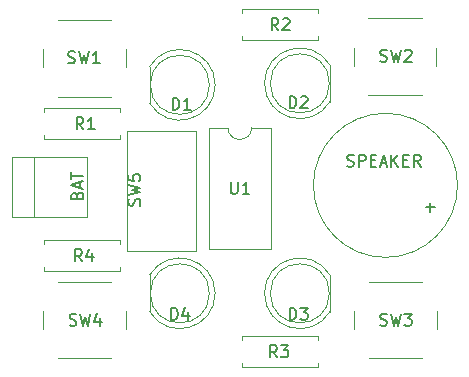
<source format=gbr>
G04 #@! TF.FileFunction,Legend,Top*
%FSLAX46Y46*%
G04 Gerber Fmt 4.6, Leading zero omitted, Abs format (unit mm)*
G04 Created by KiCad (PCBNEW 4.0.7) date 02/01/18 03:58:40*
%MOMM*%
%LPD*%
G01*
G04 APERTURE LIST*
%ADD10C,0.100000*%
%ADD11C,0.120000*%
%ADD12C,0.150000*%
G04 APERTURE END LIST*
D10*
D11*
X152511000Y-93666000D02*
G75*
G02X150511000Y-93666000I-1000000J0D01*
G01*
X150511000Y-93666000D02*
X148861000Y-93666000D01*
X148861000Y-93666000D02*
X148861000Y-103946000D01*
X148861000Y-103946000D02*
X154161000Y-103946000D01*
X154161000Y-103946000D02*
X154161000Y-93666000D01*
X154161000Y-93666000D02*
X152511000Y-93666000D01*
X134112000Y-96139000D02*
X134112000Y-101219000D01*
X138552000Y-96139000D02*
X138552000Y-101219000D01*
X132212000Y-101219000D02*
X132212000Y-96139000D01*
X132212000Y-101219000D02*
X138552000Y-101219000D01*
X132212000Y-96139000D02*
X138552000Y-96139000D01*
X149421000Y-90043462D02*
G75*
G03X143871000Y-88498170I-2990000J462D01*
G01*
X149421000Y-90042538D02*
G75*
G02X143871000Y-91587830I-2990000J-462D01*
G01*
X148931000Y-90043000D02*
G75*
G03X148931000Y-90043000I-2500000J0D01*
G01*
X143871000Y-88498000D02*
X143871000Y-91588000D01*
X153601000Y-89915538D02*
G75*
G03X159151000Y-91460830I2990000J-462D01*
G01*
X153601000Y-89916462D02*
G75*
G02X159151000Y-88371170I2990000J462D01*
G01*
X159091000Y-89916000D02*
G75*
G03X159091000Y-89916000I-2500000J0D01*
G01*
X159151000Y-91461000D02*
X159151000Y-88371000D01*
X153601000Y-107695538D02*
G75*
G03X159151000Y-109240830I2990000J-462D01*
G01*
X153601000Y-107696462D02*
G75*
G02X159151000Y-106151170I2990000J462D01*
G01*
X159091000Y-107696000D02*
G75*
G03X159091000Y-107696000I-2500000J0D01*
G01*
X159151000Y-109241000D02*
X159151000Y-106151000D01*
X149421000Y-107696462D02*
G75*
G03X143871000Y-106151170I-2990000J462D01*
G01*
X149421000Y-107695538D02*
G75*
G02X143871000Y-109240830I-2990000J-462D01*
G01*
X148931000Y-107696000D02*
G75*
G03X148931000Y-107696000I-2500000J0D01*
G01*
X143871000Y-106151000D02*
X143871000Y-109241000D01*
X169940000Y-98552000D02*
G75*
G03X169940000Y-98552000I-6100000J0D01*
G01*
X134966000Y-92365000D02*
X134966000Y-92035000D01*
X134966000Y-92035000D02*
X141386000Y-92035000D01*
X141386000Y-92035000D02*
X141386000Y-92365000D01*
X134966000Y-94325000D02*
X134966000Y-94655000D01*
X134966000Y-94655000D02*
X141386000Y-94655000D01*
X141386000Y-94655000D02*
X141386000Y-94325000D01*
X158150000Y-85943000D02*
X158150000Y-86273000D01*
X158150000Y-86273000D02*
X151730000Y-86273000D01*
X151730000Y-86273000D02*
X151730000Y-85943000D01*
X158150000Y-83983000D02*
X158150000Y-83653000D01*
X158150000Y-83653000D02*
X151730000Y-83653000D01*
X151730000Y-83653000D02*
X151730000Y-83983000D01*
X158150000Y-113629000D02*
X158150000Y-113959000D01*
X158150000Y-113959000D02*
X151730000Y-113959000D01*
X151730000Y-113959000D02*
X151730000Y-113629000D01*
X158150000Y-111669000D02*
X158150000Y-111339000D01*
X158150000Y-111339000D02*
X151730000Y-111339000D01*
X151730000Y-111339000D02*
X151730000Y-111669000D01*
X134966000Y-103541000D02*
X134966000Y-103211000D01*
X134966000Y-103211000D02*
X141386000Y-103211000D01*
X141386000Y-103211000D02*
X141386000Y-103541000D01*
X134966000Y-105501000D02*
X134966000Y-105831000D01*
X134966000Y-105831000D02*
X141386000Y-105831000D01*
X141386000Y-105831000D02*
X141386000Y-105501000D01*
X166894000Y-84416000D02*
X162394000Y-84416000D01*
X168144000Y-88416000D02*
X168144000Y-86916000D01*
X162394000Y-90916000D02*
X166894000Y-90916000D01*
X161144000Y-86916000D02*
X161144000Y-88416000D01*
X162417000Y-113196000D02*
X166917000Y-113196000D01*
X161167000Y-109196000D02*
X161167000Y-110696000D01*
X166917000Y-106696000D02*
X162417000Y-106696000D01*
X168167000Y-110696000D02*
X168167000Y-109196000D01*
X136128000Y-113196000D02*
X140628000Y-113196000D01*
X134878000Y-109196000D02*
X134878000Y-110696000D01*
X140628000Y-106696000D02*
X136128000Y-106696000D01*
X141878000Y-110696000D02*
X141878000Y-109196000D01*
X140605000Y-84543000D02*
X136105000Y-84543000D01*
X141855000Y-88543000D02*
X141855000Y-87043000D01*
X136105000Y-91043000D02*
X140605000Y-91043000D01*
X134855000Y-87043000D02*
X134855000Y-88543000D01*
X147829000Y-93980000D02*
X147829000Y-104140000D01*
X141989000Y-104140000D02*
X141989000Y-93980000D01*
X141989000Y-93980000D02*
X147829000Y-93980000D01*
X141989000Y-104140000D02*
X147829000Y-104140000D01*
D12*
X150749095Y-98258381D02*
X150749095Y-99067905D01*
X150796714Y-99163143D01*
X150844333Y-99210762D01*
X150939571Y-99258381D01*
X151130048Y-99258381D01*
X151225286Y-99210762D01*
X151272905Y-99163143D01*
X151320524Y-99067905D01*
X151320524Y-98258381D01*
X152320524Y-99258381D02*
X151749095Y-99258381D01*
X152034809Y-99258381D02*
X152034809Y-98258381D01*
X151939571Y-98401238D01*
X151844333Y-98496476D01*
X151749095Y-98544095D01*
X137723571Y-99417095D02*
X137771190Y-99274238D01*
X137818810Y-99226619D01*
X137914048Y-99179000D01*
X138056905Y-99179000D01*
X138152143Y-99226619D01*
X138199762Y-99274238D01*
X138247381Y-99369476D01*
X138247381Y-99750429D01*
X137247381Y-99750429D01*
X137247381Y-99417095D01*
X137295000Y-99321857D01*
X137342619Y-99274238D01*
X137437857Y-99226619D01*
X137533095Y-99226619D01*
X137628333Y-99274238D01*
X137675952Y-99321857D01*
X137723571Y-99417095D01*
X137723571Y-99750429D01*
X137961667Y-98798048D02*
X137961667Y-98321857D01*
X138247381Y-98893286D02*
X137247381Y-98559953D01*
X138247381Y-98226619D01*
X137247381Y-98036143D02*
X137247381Y-97464714D01*
X138247381Y-97750429D02*
X137247381Y-97750429D01*
X145819905Y-92146381D02*
X145819905Y-91146381D01*
X146058000Y-91146381D01*
X146200858Y-91194000D01*
X146296096Y-91289238D01*
X146343715Y-91384476D01*
X146391334Y-91574952D01*
X146391334Y-91717810D01*
X146343715Y-91908286D01*
X146296096Y-92003524D01*
X146200858Y-92098762D01*
X146058000Y-92146381D01*
X145819905Y-92146381D01*
X147343715Y-92146381D02*
X146772286Y-92146381D01*
X147058000Y-92146381D02*
X147058000Y-91146381D01*
X146962762Y-91289238D01*
X146867524Y-91384476D01*
X146772286Y-91432095D01*
X155725905Y-92019381D02*
X155725905Y-91019381D01*
X155964000Y-91019381D01*
X156106858Y-91067000D01*
X156202096Y-91162238D01*
X156249715Y-91257476D01*
X156297334Y-91447952D01*
X156297334Y-91590810D01*
X156249715Y-91781286D01*
X156202096Y-91876524D01*
X156106858Y-91971762D01*
X155964000Y-92019381D01*
X155725905Y-92019381D01*
X156678286Y-91114619D02*
X156725905Y-91067000D01*
X156821143Y-91019381D01*
X157059239Y-91019381D01*
X157154477Y-91067000D01*
X157202096Y-91114619D01*
X157249715Y-91209857D01*
X157249715Y-91305095D01*
X157202096Y-91447952D01*
X156630667Y-92019381D01*
X157249715Y-92019381D01*
X155725905Y-109926381D02*
X155725905Y-108926381D01*
X155964000Y-108926381D01*
X156106858Y-108974000D01*
X156202096Y-109069238D01*
X156249715Y-109164476D01*
X156297334Y-109354952D01*
X156297334Y-109497810D01*
X156249715Y-109688286D01*
X156202096Y-109783524D01*
X156106858Y-109878762D01*
X155964000Y-109926381D01*
X155725905Y-109926381D01*
X156630667Y-108926381D02*
X157249715Y-108926381D01*
X156916381Y-109307333D01*
X157059239Y-109307333D01*
X157154477Y-109354952D01*
X157202096Y-109402571D01*
X157249715Y-109497810D01*
X157249715Y-109735905D01*
X157202096Y-109831143D01*
X157154477Y-109878762D01*
X157059239Y-109926381D01*
X156773524Y-109926381D01*
X156678286Y-109878762D01*
X156630667Y-109831143D01*
X145692905Y-109926381D02*
X145692905Y-108926381D01*
X145931000Y-108926381D01*
X146073858Y-108974000D01*
X146169096Y-109069238D01*
X146216715Y-109164476D01*
X146264334Y-109354952D01*
X146264334Y-109497810D01*
X146216715Y-109688286D01*
X146169096Y-109783524D01*
X146073858Y-109878762D01*
X145931000Y-109926381D01*
X145692905Y-109926381D01*
X147121477Y-109259714D02*
X147121477Y-109926381D01*
X146883381Y-108878762D02*
X146645286Y-109593048D01*
X147264334Y-109593048D01*
X160583952Y-96924762D02*
X160726809Y-96972381D01*
X160964905Y-96972381D01*
X161060143Y-96924762D01*
X161107762Y-96877143D01*
X161155381Y-96781905D01*
X161155381Y-96686667D01*
X161107762Y-96591429D01*
X161060143Y-96543810D01*
X160964905Y-96496190D01*
X160774428Y-96448571D01*
X160679190Y-96400952D01*
X160631571Y-96353333D01*
X160583952Y-96258095D01*
X160583952Y-96162857D01*
X160631571Y-96067619D01*
X160679190Y-96020000D01*
X160774428Y-95972381D01*
X161012524Y-95972381D01*
X161155381Y-96020000D01*
X161583952Y-96972381D02*
X161583952Y-95972381D01*
X161964905Y-95972381D01*
X162060143Y-96020000D01*
X162107762Y-96067619D01*
X162155381Y-96162857D01*
X162155381Y-96305714D01*
X162107762Y-96400952D01*
X162060143Y-96448571D01*
X161964905Y-96496190D01*
X161583952Y-96496190D01*
X162583952Y-96448571D02*
X162917286Y-96448571D01*
X163060143Y-96972381D02*
X162583952Y-96972381D01*
X162583952Y-95972381D01*
X163060143Y-95972381D01*
X163441095Y-96686667D02*
X163917286Y-96686667D01*
X163345857Y-96972381D02*
X163679190Y-95972381D01*
X164012524Y-96972381D01*
X164345857Y-96972381D02*
X164345857Y-95972381D01*
X164917286Y-96972381D02*
X164488714Y-96400952D01*
X164917286Y-95972381D02*
X164345857Y-96543810D01*
X165345857Y-96448571D02*
X165679191Y-96448571D01*
X165822048Y-96972381D02*
X165345857Y-96972381D01*
X165345857Y-95972381D01*
X165822048Y-95972381D01*
X166822048Y-96972381D02*
X166488714Y-96496190D01*
X166250619Y-96972381D02*
X166250619Y-95972381D01*
X166631572Y-95972381D01*
X166726810Y-96020000D01*
X166774429Y-96067619D01*
X166822048Y-96162857D01*
X166822048Y-96305714D01*
X166774429Y-96400952D01*
X166726810Y-96448571D01*
X166631572Y-96496190D01*
X166250619Y-96496190D01*
X167259048Y-100423429D02*
X168020953Y-100423429D01*
X167640001Y-100804381D02*
X167640001Y-100042476D01*
X138263334Y-93797381D02*
X137930000Y-93321190D01*
X137691905Y-93797381D02*
X137691905Y-92797381D01*
X138072858Y-92797381D01*
X138168096Y-92845000D01*
X138215715Y-92892619D01*
X138263334Y-92987857D01*
X138263334Y-93130714D01*
X138215715Y-93225952D01*
X138168096Y-93273571D01*
X138072858Y-93321190D01*
X137691905Y-93321190D01*
X139215715Y-93797381D02*
X138644286Y-93797381D01*
X138930000Y-93797381D02*
X138930000Y-92797381D01*
X138834762Y-92940238D01*
X138739524Y-93035476D01*
X138644286Y-93083095D01*
X154773334Y-85415381D02*
X154440000Y-84939190D01*
X154201905Y-85415381D02*
X154201905Y-84415381D01*
X154582858Y-84415381D01*
X154678096Y-84463000D01*
X154725715Y-84510619D01*
X154773334Y-84605857D01*
X154773334Y-84748714D01*
X154725715Y-84843952D01*
X154678096Y-84891571D01*
X154582858Y-84939190D01*
X154201905Y-84939190D01*
X155154286Y-84510619D02*
X155201905Y-84463000D01*
X155297143Y-84415381D01*
X155535239Y-84415381D01*
X155630477Y-84463000D01*
X155678096Y-84510619D01*
X155725715Y-84605857D01*
X155725715Y-84701095D01*
X155678096Y-84843952D01*
X155106667Y-85415381D01*
X155725715Y-85415381D01*
X154646334Y-113101381D02*
X154313000Y-112625190D01*
X154074905Y-113101381D02*
X154074905Y-112101381D01*
X154455858Y-112101381D01*
X154551096Y-112149000D01*
X154598715Y-112196619D01*
X154646334Y-112291857D01*
X154646334Y-112434714D01*
X154598715Y-112529952D01*
X154551096Y-112577571D01*
X154455858Y-112625190D01*
X154074905Y-112625190D01*
X154979667Y-112101381D02*
X155598715Y-112101381D01*
X155265381Y-112482333D01*
X155408239Y-112482333D01*
X155503477Y-112529952D01*
X155551096Y-112577571D01*
X155598715Y-112672810D01*
X155598715Y-112910905D01*
X155551096Y-113006143D01*
X155503477Y-113053762D01*
X155408239Y-113101381D01*
X155122524Y-113101381D01*
X155027286Y-113053762D01*
X154979667Y-113006143D01*
X138136334Y-104973381D02*
X137803000Y-104497190D01*
X137564905Y-104973381D02*
X137564905Y-103973381D01*
X137945858Y-103973381D01*
X138041096Y-104021000D01*
X138088715Y-104068619D01*
X138136334Y-104163857D01*
X138136334Y-104306714D01*
X138088715Y-104401952D01*
X138041096Y-104449571D01*
X137945858Y-104497190D01*
X137564905Y-104497190D01*
X138993477Y-104306714D02*
X138993477Y-104973381D01*
X138755381Y-103925762D02*
X138517286Y-104640048D01*
X139136334Y-104640048D01*
X163385667Y-88034762D02*
X163528524Y-88082381D01*
X163766620Y-88082381D01*
X163861858Y-88034762D01*
X163909477Y-87987143D01*
X163957096Y-87891905D01*
X163957096Y-87796667D01*
X163909477Y-87701429D01*
X163861858Y-87653810D01*
X163766620Y-87606190D01*
X163576143Y-87558571D01*
X163480905Y-87510952D01*
X163433286Y-87463333D01*
X163385667Y-87368095D01*
X163385667Y-87272857D01*
X163433286Y-87177619D01*
X163480905Y-87130000D01*
X163576143Y-87082381D01*
X163814239Y-87082381D01*
X163957096Y-87130000D01*
X164290429Y-87082381D02*
X164528524Y-88082381D01*
X164719001Y-87368095D01*
X164909477Y-88082381D01*
X165147572Y-87082381D01*
X165480905Y-87177619D02*
X165528524Y-87130000D01*
X165623762Y-87082381D01*
X165861858Y-87082381D01*
X165957096Y-87130000D01*
X166004715Y-87177619D01*
X166052334Y-87272857D01*
X166052334Y-87368095D01*
X166004715Y-87510952D01*
X165433286Y-88082381D01*
X166052334Y-88082381D01*
X163385667Y-110386762D02*
X163528524Y-110434381D01*
X163766620Y-110434381D01*
X163861858Y-110386762D01*
X163909477Y-110339143D01*
X163957096Y-110243905D01*
X163957096Y-110148667D01*
X163909477Y-110053429D01*
X163861858Y-110005810D01*
X163766620Y-109958190D01*
X163576143Y-109910571D01*
X163480905Y-109862952D01*
X163433286Y-109815333D01*
X163385667Y-109720095D01*
X163385667Y-109624857D01*
X163433286Y-109529619D01*
X163480905Y-109482000D01*
X163576143Y-109434381D01*
X163814239Y-109434381D01*
X163957096Y-109482000D01*
X164290429Y-109434381D02*
X164528524Y-110434381D01*
X164719001Y-109720095D01*
X164909477Y-110434381D01*
X165147572Y-109434381D01*
X165433286Y-109434381D02*
X166052334Y-109434381D01*
X165719000Y-109815333D01*
X165861858Y-109815333D01*
X165957096Y-109862952D01*
X166004715Y-109910571D01*
X166052334Y-110005810D01*
X166052334Y-110243905D01*
X166004715Y-110339143D01*
X165957096Y-110386762D01*
X165861858Y-110434381D01*
X165576143Y-110434381D01*
X165480905Y-110386762D01*
X165433286Y-110339143D01*
X137096667Y-110386762D02*
X137239524Y-110434381D01*
X137477620Y-110434381D01*
X137572858Y-110386762D01*
X137620477Y-110339143D01*
X137668096Y-110243905D01*
X137668096Y-110148667D01*
X137620477Y-110053429D01*
X137572858Y-110005810D01*
X137477620Y-109958190D01*
X137287143Y-109910571D01*
X137191905Y-109862952D01*
X137144286Y-109815333D01*
X137096667Y-109720095D01*
X137096667Y-109624857D01*
X137144286Y-109529619D01*
X137191905Y-109482000D01*
X137287143Y-109434381D01*
X137525239Y-109434381D01*
X137668096Y-109482000D01*
X138001429Y-109434381D02*
X138239524Y-110434381D01*
X138430001Y-109720095D01*
X138620477Y-110434381D01*
X138858572Y-109434381D01*
X139668096Y-109767714D02*
X139668096Y-110434381D01*
X139430000Y-109386762D02*
X139191905Y-110101048D01*
X139810953Y-110101048D01*
X136969667Y-88161762D02*
X137112524Y-88209381D01*
X137350620Y-88209381D01*
X137445858Y-88161762D01*
X137493477Y-88114143D01*
X137541096Y-88018905D01*
X137541096Y-87923667D01*
X137493477Y-87828429D01*
X137445858Y-87780810D01*
X137350620Y-87733190D01*
X137160143Y-87685571D01*
X137064905Y-87637952D01*
X137017286Y-87590333D01*
X136969667Y-87495095D01*
X136969667Y-87399857D01*
X137017286Y-87304619D01*
X137064905Y-87257000D01*
X137160143Y-87209381D01*
X137398239Y-87209381D01*
X137541096Y-87257000D01*
X137874429Y-87209381D02*
X138112524Y-88209381D01*
X138303001Y-87495095D01*
X138493477Y-88209381D01*
X138731572Y-87209381D01*
X139636334Y-88209381D02*
X139064905Y-88209381D01*
X139350619Y-88209381D02*
X139350619Y-87209381D01*
X139255381Y-87352238D01*
X139160143Y-87447476D01*
X139064905Y-87495095D01*
X143025762Y-100266333D02*
X143073381Y-100123476D01*
X143073381Y-99885380D01*
X143025762Y-99790142D01*
X142978143Y-99742523D01*
X142882905Y-99694904D01*
X142787667Y-99694904D01*
X142692429Y-99742523D01*
X142644810Y-99790142D01*
X142597190Y-99885380D01*
X142549571Y-100075857D01*
X142501952Y-100171095D01*
X142454333Y-100218714D01*
X142359095Y-100266333D01*
X142263857Y-100266333D01*
X142168619Y-100218714D01*
X142121000Y-100171095D01*
X142073381Y-100075857D01*
X142073381Y-99837761D01*
X142121000Y-99694904D01*
X142073381Y-99361571D02*
X143073381Y-99123476D01*
X142359095Y-98932999D01*
X143073381Y-98742523D01*
X142073381Y-98504428D01*
X142073381Y-97647285D02*
X142073381Y-98123476D01*
X142549571Y-98171095D01*
X142501952Y-98123476D01*
X142454333Y-98028238D01*
X142454333Y-97790142D01*
X142501952Y-97694904D01*
X142549571Y-97647285D01*
X142644810Y-97599666D01*
X142882905Y-97599666D01*
X142978143Y-97647285D01*
X143025762Y-97694904D01*
X143073381Y-97790142D01*
X143073381Y-98028238D01*
X143025762Y-98123476D01*
X142978143Y-98171095D01*
M02*

</source>
